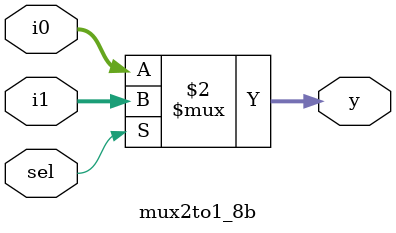
<source format=v>
module mux2to1_8b (i0, i1, sel, y);
  input [7:0] i0, i1;
  input sel;
  output [7:0] y;
  
  assign y = (sel==1'b1) ? i1 : i0;
  
endmodule





</source>
